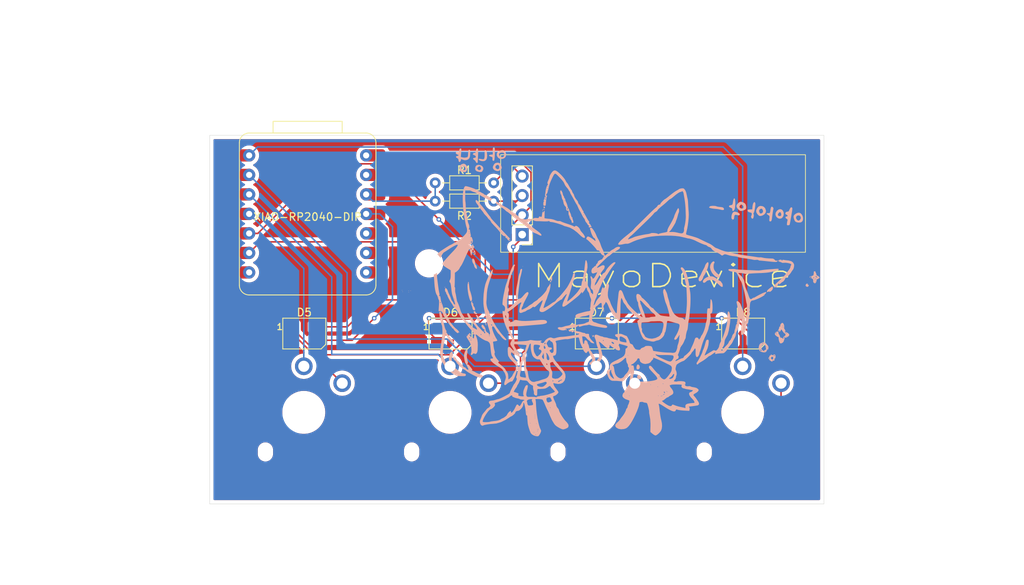
<source format=kicad_pcb>
(kicad_pcb (version 20240108) (generator "pcbnew") (generator_version "8.0")
  (layers (0 "F.Cu" signal) (31 "B.Cu" signal) (34 "B.Paste" user) (35 "F.Paste" user) (36 "B.SilkS" user "B.Silkscreen") (37 "F.SilkS" user "F.Silkscreen") (38 "B.Mask" user) (39 "F.Mask" user) (44 "Edge.Cuts" user))
  (net 0 "")
  (net 1 "Net-(D5-DOUT)")
  (net 2 "LIGHTING")
  (net 3 "GND")
  (net 4 "VCC")
  (net 5 "Net-(D6-DOUT)")
  (net 6 "Net-(D7-DOUT)")
  (net 8 "SCL")
  (net 9 "SDA")
  (net 10 "SW1")
  (net 11 "SW2")
  (net 12 "SW3")
  (net 13 "SW4")
  (net 16 "+3.3V")
  (footprint "LED_SMD:LED_SK6812MINI_PLCC4_3.5x3.5mm_P1.75mm" (layer "F.Cu") (at 172.975 100.5875)
    (property "Reference" "D8" (at 0 -2.75 0) (layer "F.SilkS"))
    (property "Value" "SK6812MINI")
    (fp_text user "1" (at -3.2 -0.875 0) (layer "F.SilkS") (effects (font (size 0.8 0.8))))
    (pad "1" smd rect (at -1.75 -0.875) (size 1.6 0.85) (layers "F.Cu" "F.Paste" "F.Mask"))
    (pad "2" smd rect (at -1.75 0.875) (size 1.6 0.85) (layers "F.Cu" "F.Paste" "F.Mask") (net 3 "GND"))
    (pad "3" smd rect (at 1.75 0.875) (size 1.6 0.85) (layers "F.Cu" "F.Paste" "F.Mask") (net 6 "Net-(D7-DOUT)"))
    (pad "4" smd rect (at 1.75 -0.875) (size 1.6 0.85) (layers "F.Cu" "F.Paste" "F.Mask") (net 4 "VCC"))
  )
  (footprint "Resistor_THT:R_Axial_DIN0204_L3.6mm_D1.6mm_P7.62mm_Horizontal" (layer "F.Cu") (at 140.49375 80.9625 180)
    (property "Reference" "R1" (at 3.81 1.6625 0) (layer "F.SilkS"))
    (property "Value" "R")
    (pad "1" thru_hole circle (at 0 0 180) (size 1.4 1.4) (drill 0.7) (layers "*.Cu" "*.Mask") (net 9 "SDA"))
    (pad "2" thru_hole oval (at 7.62 0 180) (size 1.4 1.4) (drill 0.7) (layers "*.Cu" "*.Mask") (net 16 "+3.3V"))
  )
  (footprint "Resistor_THT:R_Axial_DIN0204_L3.6mm_D1.6mm_P7.62mm_Horizontal" (layer "F.Cu") (at 140.49375 83.34375 180)
    (property "Reference" "R2" (at 3.81 -1.92 0) (layer "F.SilkS"))
    (property "Value" "R" (hide yes))
    (pad "1" thru_hole circle (at 0 0 180) (size 1.4 1.4) (drill 0.7) (layers "*.Cu" "*.Mask") (net 8 "SCL"))
    (pad "2" thru_hole oval (at 7.62 0 180) (size 1.4 1.4) (drill 0.7) (layers "*.Cu" "*.Mask") (net 16 "+3.3V"))
  )
  (footprint "choc switches:Kailh-PG1353-Solderable-1U" (layer "F.Cu") (at 134.8125 110.85)
    (property "Reference" "SW2")
    (property "Value" "SW_Push_45deg" (hide yes))
    (pad "" np_thru_hole oval (at -5 5.15 180) (size 1.5 2) (drill oval 1.5 2) (layers "F&B.Cu" "*.Mask"))
    (pad "" np_thru_hole circle (at 0 0 180) (size 5 5) (drill 5.1) (layers "F&B.Cu" "*.Mask"))
    (pad "1" thru_hole circle (at 5 -3.8 180) (size 2.3 2.3) (drill 1.45) (layers "*.Cu" "B.Mask") (net 3 "GND"))
    (pad "2" thru_hole circle (at 0 -6 180) (size 2.3 2.3) (drill 1.45) (layers "*.Cu" "B.Mask") (net 11 "SW2"))
  )
  (footprint "MountingHole:MountingHole_3.2mm_M3" (layer "F.Cu") (at 132.075 91.44375)
    (property "Reference" "REF**" (hide yes))
    (property "Value" "MountingHole_3.2mm_M3")
    (pad "" np_thru_hole circle (at 0 0) (size 3.2 3.2) (drill 3.2) (layers "*.Cu" "*.Mask"))
  )
  (footprint "OPL:XIAO-RP2040" (layer "F.Cu") (at 107.3725 95.558)
    (property "Reference" "U1" (hide yes))
    (property "Value" "XIAO-RP2040-DIP" (at 8.89 -10.16 0) (layer "F.SilkS"))
    (pad "1" thru_hole circle (at 1.2725 -18.171) (size 1.6 1.6) (drill 0.8) (layers "*.Cu" "*.Mask") (net 13 "SW4"))
    (pad "1" smd roundrect (at 1.2725 -18.171) (size 3 1.6) (drill (offset -1 0)) (layers "F.Cu" "F.Paste" "F.Mask") (net 13 "SW4"))
    (pad "2" thru_hole circle (at 1.2725 -15.631) (size 1.6 1.6) (drill 0.8) (layers "*.Cu" "*.Mask") (net 12 "SW3"))
    (pad "2" smd roundrect (at 1.2725 -15.631) (size 3 1.6) (drill (offset -1 0)) (layers "F.Cu" "F.Paste" "F.Mask") (net 12 "SW3"))
    (pad "3" thru_hole circle (at 1.2725 -13.091) (size 1.6 1.6) (drill 0.8) (layers "*.Cu" "*.Mask") (net 11 "SW2"))
    (pad "3" smd roundrect (at 1.2725 -13.091) (size 3 1.6) (drill (offset -1 0)) (layers "F.Cu" "F.Paste" "F.Mask") (net 11 "SW2"))
    (pad "4" thru_hole circle (at 1.2725 -10.551) (size 1.6 1.6) (drill 0.8) (layers "*.Cu" "*.Mask") (net 10 "SW1"))
    (pad "4" smd roundrect (at 1.2725 -10.551) (size 3 1.6) (drill (offset -1 0)) (layers "F.Cu" "F.Paste" "F.Mask") (net 10 "SW1"))
    (pad "5" thru_hole circle (at 1.2725 -8.011) (size 1.6 1.6) (drill 0.8) (layers "*.Cu" "*.Mask") (net 9 "SDA"))
    (pad "5" smd roundrect (at 1.2725 -8.011) (size 3 1.6) (drill (offset -1 0)) (layers "F.Cu" "F.Paste" "F.Mask") (net 9 "SDA"))
    (pad "6" thru_hole circle (at 1.2725 -5.471) (size 1.6 1.6) (drill 0.8) (layers "*.Cu" "*.Mask") (net 8 "SCL"))
    (pad "6" smd roundrect (at 1.2725 -5.471) (size 3 1.6) (drill (offset -1 0)) (layers "F.Cu" "F.Paste" "F.Mask") (net 8 "SCL"))
    (pad "7" thru_hole circle (at 1.2725 -2.931) (size 1.6 1.6) (drill 0.8) (layers "*.Cu" "*.Mask"))
    (pad "7" smd roundrect (at 1.2725 -2.931) (size 3 1.6) (drill (offset -1 0)) (layers "F.Cu" "F.Paste" "F.Mask"))
    (pad "8" thru_hole circle (at 16.5075 -2.931) (size 1.6 1.6) (drill 0.8) (layers "*.Cu" "*.Mask"))
    (pad "8" smd roundrect (at 16.5075 -2.931) (size 3 1.6) (drill (offset 1 0)) (layers "F.Cu" "F.Paste" "F.Mask"))
    (pad "9" thru_hole circle (at 16.5075 -5.471) (size 1.6 1.6) (drill 0.8) (layers "*.Cu" "*.Mask"))
    (pad "9" smd roundrect (at 16.5075 -5.471) (size 3 1.6) (drill (offset 1 0)) (layers "F.Cu" "F.Paste" "F.Mask"))
    (pad "10" thru_hole circle (at 16.5075 -8.011) (size 1.6 1.6) (drill 0.8) (layers "*.Cu" "*.Mask"))
    (pad "10" smd roundrect (at 16.5075 -8.011) (size 3 1.6) (drill (offset 1 0)) (layers "F.Cu" "F.Paste" "F.Mask"))
    (pad "11" thru_hole circle (at 16.5075 -10.551) (size 1.6 1.6) (drill 0.8) (layers "*.Cu" "*.Mask") (net 2 "LIGHTING"))
    (pad "11" smd roundrect (at 16.5075 -10.551) (size 3 1.6) (drill (offset 1 0)) (layers "F.Cu" "F.Paste" "F.Mask") (net 2 "LIGHTING"))
    (pad "12" thru_hole circle (at 16.5075 -13.091) (size 1.6 1.6) (drill 0.8) (layers "*.Cu" "*.Mask") (net 16 "+3.3V"))
    (pad "12" smd roundrect (at 16.5075 -13.091) (size 3 1.6) (drill (offset 1 0)) (layers "F.Cu" "F.Paste" "F.Mask") (net 16 "+3.3V"))
    (pad "13" thru_hole circle (at 16.5075 -15.631) (size 1.6 1.6) (drill 0.8) (layers "*.Cu" "*.Mask") (net 3 "GND"))
    (pad "13" smd roundrect (at 16.5075 -15.631) (size 3 1.6) (drill (offset 1 0)) (layers "F.Cu" "F.Paste" "F.Mask") (net 3 "GND"))
    (pad "14" thru_hole circle (at 16.5075 -18.171) (size 1.6 1.6) (drill 0.8) (layers "*.Cu" "*.Mask") (net 4 "VCC"))
    (pad "14" smd roundrect (at 16.5075 -18.171) (size 3 1.6) (drill (offset 1 0)) (layers "F.Cu" "F.Paste" "F.Mask") (net 4 "VCC"))
  )
  (footprint "choc switches:Kailh-PG1353-Solderable-1U" (layer "F.Cu") (at 172.9125 110.85)
    (property "Reference" "SW4")
    (property "Value" "SW_Push_45deg" (hide yes))
    (pad "" np_thru_hole oval (at -5 5.15 180) (size 1.5 2) (drill oval 1.5 2) (layers "F&B.Cu" "*.Mask"))
    (pad "" np_thru_hole circle (at 0 0 180) (size 5 5) (drill 5.1) (layers "F&B.Cu" "*.Mask"))
    (pad "1" thru_hole circle (at 5 -3.8 180) (size 2.3 2.3) (drill 1.45) (layers "*.Cu" "B.Mask") (net 3 "GND"))
    (pad "2" thru_hole circle (at 0 -6 180) (size 2.3 2.3) (drill 1.45) (layers "*.Cu" "B.Mask") (net 13 "SW4"))
  )
  (footprint "LED_SMD:LED_SK6812MINI_PLCC4_3.5x3.5mm_P1.75mm" (layer "F.Cu") (at 134.875 100.5875)
    (property "Reference" "D6" (at 0 -2.75 0) (layer "F.SilkS"))
    (property "Value" "SK6812MINI")
    (fp_text user "1" (at -3.2 -0.875 0) (layer "F.SilkS") (effects (font (size 0.8 0.8))))
    (pad "1" smd rect (at -1.75 -0.875) (size 1.6 0.85) (layers "F.Cu" "F.Paste" "F.Mask") (net 5 "Net-(D6-DOUT)"))
    (pad "2" smd rect (at -1.75 0.875) (size 1.6 0.85) (layers "F.Cu" "F.Paste" "F.Mask") (net 3 "GND"))
    (pad "3" smd rect (at 1.75 0.875) (size 1.6 0.85) (layers "F.Cu" "F.Paste" "F.Mask") (net 1 "Net-(D5-DOUT)"))
    (pad "4" smd rect (at 1.75 -0.875) (size 1.6 0.85) (layers "F.Cu" "F.Paste" "F.Mask") (net 4 "VCC"))
  )
  (footprint "LED_SMD:LED_SK6812MINI_PLCC4_3.5x3.5mm_P1.75mm" (layer "F.Cu") (at 115.825 100.5875)
    (property "Reference" "D5" (at 0 -2.75 0) (layer "F.SilkS"))
    (property "Value" "SK6812MINI")
    (fp_text user "1" (at -3.2 -0.875 0) (layer "F.SilkS") (effects (font (size 0.8 0.8))))
    (pad "1" smd rect (at -1.75 -0.875) (size 1.6 0.85) (layers "F.Cu" "F.Paste" "F.Mask") (net 1 "Net-(D5-DOUT)"))
    (pad "2" smd rect (at -1.75 0.875) (size 1.6 0.85) (layers "F.Cu" "F.Paste" "F.Mask") (net 3 "GND"))
    (pad "3" smd rect (at 1.75 0.875) (size 1.6 0.85) (layers "F.Cu" "F.Paste" "F.Mask") (net 2 "LIGHTING"))
    (pad "4" smd rect (at 1.75 -0.875) (size 1.6 0.85) (layers "F.Cu" "F.Paste" "F.Mask") (net 4 "VCC"))
  )
  (footprint "LED_SMD:LED_SK6812MINI_PLCC4_3.5x3.5mm_P1.75mm" (layer "F.Cu") (at 153.925 100.5875)
    (property "Reference" "D7" (at 0 -2.75 0) (layer "F.SilkS"))
    (property "Value" "SK6812MINI")
    (fp_text user "1" (at -3.2 -0.875 0) (layer "F.SilkS") (effects (font (size 0.8 0.8))))
    (pad "1" smd rect (at -1.75 -0.875) (size 1.6 0.85) (layers "F.Cu" "F.Paste" "F.Mask") (net 6 "Net-(D7-DOUT)"))
    (pad "2" smd rect (at -1.75 0.875) (size 1.6 0.85) (layers "F.Cu" "F.Paste" "F.Mask") (net 3 "GND"))
    (pad "3" smd rect (at 1.75 0.875) (size 1.6 0.85) (layers "F.Cu" "F.Paste" "F.Mask") (net 5 "Net-(D6-DOUT)"))
    (pad "4" smd rect (at 1.75 -0.875) (size 1.6 0.85) (layers "F.Cu" "F.Paste" "F.Mask") (net 4 "VCC"))
  )
  (footprint "Connector_PinHeader_2.54mm:PinHeader_1x04_P2.54mm_Vertical" (layer "F.Cu") (at 144.2 87.7 180)
    (property "Reference" "J1" (hide yes))
    (property "Value" "OLED_DISPLAY")
    (pad "1" thru_hole rect (at 0 0 180) (size 1.7 1.7) (drill 1) (layers "*.Cu" "*.Mask") (net 3 "GND"))
    (pad "2" thru_hole oval (at 0 2.54 180) (size 1.7 1.7) (drill 1) (layers "*.Cu" "*.Mask") (net 4 "VCC"))
    (pad "3" thru_hole oval (at 0 5.08 180) (size 1.7 1.7) (drill 1) (layers "*.Cu" "*.Mask") (net 8 "SCL"))
    (pad "4" thru_hole oval (at 0 7.62 180) (size 1.7 1.7) (drill 1) (layers "*.Cu" "*.Mask") (net 9 "SDA"))
  )
  (footprint "choc switches:Kailh-PG1353-Solderable-1U" (layer "F.Cu") (at 153.8625 110.85)
    (property "Reference" "SW3")
    (property "Value" "SW_Push_45deg" (hide yes))
    (pad "" np_thru_hole oval (at -5 5.15 180) (size 1.5 2) (drill oval 1.5 2) (layers "F&B.Cu" "*.Mask"))
    (pad "" np_thru_hole circle (at 0 0 180) (size 5 5) (drill 5.1) (layers "F&B.Cu" "*.Mask"))
    (pad "1" thru_hole circle (at 5 -3.8 180) (size 2.3 2.3) (drill 1.45) (layers "*.Cu" "B.Mask") (net 3 "GND"))
    (pad "2" thru_hole circle (at 0 -6 180) (size 2.3 2.3) (drill 1.45) (layers "*.Cu" "B.Mask") (net 12 "SW3"))
  )
  (footprint "choc switches:Kailh-PG1353-Solderable-1U" (layer "F.Cu") (at 115.7625 110.85)
    (property "Reference" "SW1")
    (property "Value" "SW_Push_45deg" (hide yes))
    (pad "" np_thru_hole oval (at -5 5.15 180) (size 1.5 2) (drill oval 1.5 2) (layers "F&B.Cu" "*.Mask"))
    (pad "" np_thru_hole circle (at 0 0 180) (size 5 5) (drill 5.1) (layers "F&B.Cu" "*.Mask"))
    (pad "1" thru_hole circle (at 5 -3.8 180) (size 2.3 2.3) (drill 1.45) (layers "*.Cu" "B.Mask") (net 3 "GND"))
    (pad "2" thru_hole circle (at 0 -6 180) (size 2.3 2.3) (drill 1.45) (layers "*.Cu" "B.Mask") (net 10 "SW1"))
  )
  (footprint "LOGO" (layer "B.Cu") (at 154.78125 92.86875 180)
    (property "Reference" "G***" (hide yes))
    (property "Value" "LOGO" (hide yes))
  )
  (gr_rect (start 141.4 77.3) (end 181.0875 90) (stroke (width 0.1)) (fill none) (layer "F.SilkS"))
  (gr_rect (start 103.5 74.775) (end 183.5 122.775) (stroke (width 0.05)) (fill none) (layer "Edge.Cuts"))
  (gr_text "MayoDevice" (at 145.2625 94.85 0) (layer "F.SilkS") (effects (font (size 3 4) (thickness 0.2) (bold yes)) (justify left bottom)))
  (segment (start 117.7125 103.35) (end 134.7375 103.35) (width 0.2) (layer "F.Cu") (net 1))
  (segment (start 134.7375 103.35) (end 136.625 101.4625) (width 0.2) (layer "F.Cu") (net 1))
  (segment (start 114.075 99.7125) (end 117.7125 103.35) (width 0.2) (layer "F.Cu") (net 1))
  (segment (start 124.93125 98.5875) (end 122.05625 101.4625) (width 0.2) (layer "F.Cu") (net 2))
  (segment (start 122.05625 101.4625) (end 117.575 101.4625) (width 0.2) (layer "F.Cu") (net 2))
  (via (at 124.93125 98.5875) (size 0.6) (drill 0.3) (layers "F.Cu" "B.Cu") (net 2))
  (segment (start 127.3125 86.68125) (end 127.3125 96.20625) (width 0.2) (layer "B.Cu") (net 2))
  (segment (start 125.63825 85.007) (end 127.3125 86.68125) (width 0.2) (layer "B.Cu") (net 2))
  (segment (start 127.3125 96.20625) (end 124.93125 98.5875) (width 0.2) (layer "B.Cu") (net 2))
  (segment (start 123.88 85.007) (end 125.63825 85.007) (width 0.2) (layer "B.Cu") (net 2))
  (segment (start 132.025 98.6375) (end 132.075 98.5875) (width 0.2) (layer "F.Cu") (net 3))
  (segment (start 143.98125 118.6) (end 145.4 120.01875) (width 0.2) (layer "F.Cu") (net 3))
  (segment (start 132.025 100.3625) (end 132.025 98.6375) (width 0.2) (layer "F.Cu") (net 3))
  (segment (start 143.73125 107.05) (end 143.98125 107.3) (width 0.2) (layer "F.Cu") (net 3))
  (segment (start 114.075 101.4625) (end 112.8625 102.675) (width 0.2) (layer "F.Cu") (net 3))
  (segment (start 144.2 87.7) (end 144.2 88.135) (width 0.2) (layer "F.Cu") (net 3))
  (segment (start 158.8625 107.05) (end 162.78125 107.05) (width 0.2) (layer "F.Cu") (net 3))
  (segment (start 162.78125 107.05) (end 163.03125 107.3) (width 0.2) (layer "F.Cu") (net 3))
  (segment (start 145.4 120.01875) (end 163.03125 120.01875) (width 0.2) (layer "F.Cu") (net 3))
  (segment (start 145.86875 101.4625) (end 143.98125 103.35) (width 0.2) (layer "F.Cu") (net 3))
  (segment (start 164.91875 101.4625) (end 163.03125 103.35) (width 0.2) (layer "F.Cu") (net 3))
  (segment (start 168.68125 120.01875) (end 163.03125 120.01875) (width 0.2) (layer "F.Cu") (net 3))
  (segment (start 177.9125 107.05) (end 177.9125 110.7875) (width 0.2) (layer "F.Cu") (net 3))
  (segment (start 152.175 101.4625) (end 145.86875 101.4625) (width 0.2) (layer "F.Cu") (net 3))
  (segment (start 115.175 101.4625) (end 114.075 101.4625) (width 0.2) (layer "F.Cu") (net 3))
  (segment (start 120.4 120.01875) (end 145.4 120.01875) (width 0.2) (layer "F.Cu") (net 3))
  (segment (start 143.98125 107.3) (end 143.98125 118.6) (width 0.2) (layer "F.Cu") (net 3))
  (segment (start 163.03125 103.35) (end 163.03125 107.3) (width 0.2) (layer "F.Cu") (net 3))
  (segment (start 171.225 101.4625) (end 164.91875 101.4625) (width 0.2) (layer "F.Cu") (net 3))
  (segment (start 143.98125 103.35) (end 143.98125 107.3) (width 0.2) (layer "F.Cu") (net 3))
  (segment (start 112.8625 112.48125) (end 120.4 120.01875) (width 0.2) (layer "F.Cu") (net 3))
  (segment (start 163.03125 120.01875) (end 163.03125 107.3) (width 0.2) (layer "F.Cu") (net 3))
  (segment (start 120.7625 107.05) (end 115.175 101.4625) (width 0.2) (layer "F.Cu") (net 3))
  (segment (start 123.88 79.927) (end 127.552 79.927) (width 0.2) (layer "F.Cu") (net 3))
  (segment (start 133.125 101.4625) (end 132.025 100.3625) (width 0.2) (layer "F.Cu") (net 3))
  (segment (start 139.8125 107.05) (end 143.73125 107.05) (width 0.2) (layer "F.Cu") (net 3))
  (segment (start 177.9125 110.7875) (end 168.68125 120.01875) (width 0.2) (layer "F.Cu") (net 3))
  (segment (start 144.2 88.135) (end 143.035 89.3) (width 0.2) (layer "F.Cu") (net 3))
  (segment (start 127.552 79.927) (end 133.35 85.725) (width 0.2) (layer "F.Cu") (net 3))
  (segment (start 112.8625 102.675) (end 112.8625 112.48125) (width 0.2) (layer "F.Cu") (net 3))
  (via (at 143.035 89.3) (size 0.6) (drill 0.3) (layers "F.Cu" "B.Cu") (net 3))
  (via (at 133.35 85.725) (size 0.6) (drill 0.3) (layers "F.Cu" "B.Cu") (net 3))
  (via (at 143.98125 103.35) (size 0.6) (drill 0.3) (layers "F.Cu" "B.Cu") (net 3))
  (via (at 132.075 98.5875) (size 0.6) (drill 0.3) (layers "F.Cu" "B.Cu") (net 3))
  (segment (start 143.035 98.5875) (end 143.035 102.40375) (width 0.2) (layer "B.Cu") (net 3))
  (segment (start 132.075 98.5875) (end 143.035 98.5875) (width 0.2) (layer "B.Cu") (net 3))
  (segment (start 143.035 102.40375) (end 143.98125 103.35) (width 0.2) (layer "B.Cu") (net 3))
  (segment (start 133.35 85.725) (end 140.49375 92.86875) (width 0.2) (layer "B.Cu") (net 3))
  (segment (start 143.035 92.86875) (end 143.035 98.5875) (width 0.2) (layer "B.Cu") (net 3))
  (segment (start 143.035 89.3) (end 143.035 92.86875) (width 0.2) (layer "B.Cu") (net 3))
  (segment (start 140.49375 92.86875) (end 143.035 92.86875) (width 0.2) (layer "B.Cu") (net 3))
  (segment (start 145.35 79.603654) (end 145.35 84.01) (width 0.2) (layer "F.Cu") (net 4))
  (segment (start 144.2 85.16) (end 139.4 89.96) (width 0.2) (layer "F.Cu") (net 4))
  (segment (start 143.133346 77.387) (end 145.35 79.603654) (width 0.2) (layer "F.Cu") (net 4))
  (segment (start 145.35 84.01) (end 144.2 85.16) (width 0.2) (layer "F.Cu") (net 4))
  (segment (start 124.93125 96.20625) (end 139.4 96.20625) (width 0.2) (layer "F.Cu") (net 4))
  (segment (start 173.68125 99.7125) (end 174.725 99.7125) (width 0.2) (layer "F.Cu") (net 4))
  (segment (start 139.4 89.96) (end 139.4 96.20625) (width 0.2) (layer "F.Cu") (net 4))
  (segment (start 155.675 99.7125) (end 157.14375 99.7125) (width 0.2) (layer "F.Cu") (net 4))
  (segment (start 160.65 96.20625) (end 170.175 96.20625) (width 0.2) (layer "F.Cu") (net 4))
  (segment (start 138.09375 99.7125) (end 141.6 96.20625) (width 0.2) (layer "F.Cu") (net 4))
  (segment (start 136.625 99.7125) (end 138.09375 99.7125) (width 0.2) (layer "F.Cu") (net 4))
  (segment (start 123.88 77.387) (end 143.133346 77.387) (width 0.2) (layer "F.Cu") (net 4))
  (segment (start 170.175 96.20625) (end 173.68125 99.7125) (width 0.2) (layer "F.Cu") (net 4))
  (segment (start 141.6 96.20625) (end 160.65 96.20625) (width 0.2) (layer "F.Cu") (net 4))
  (segment (start 157.14375 99.7125) (end 160.65 96.20625) (width 0.2) (layer "F.Cu") (net 4))
  (segment (start 117.575 99.7125) (end 121.425 99.7125) (width 0.2) (layer "F.Cu") (net 4))
  (segment (start 139.4 96.20625) (end 141.6 96.20625) (width 0.2) (layer "F.Cu") (net 4))
  (segment (start 121.425 99.7125) (end 124.93125 96.20625) (width 0.2) (layer "F.Cu") (net 4))
  (segment (start 134.15 100.7375) (end 154.95 100.7375) (width 0.2) (layer "F.Cu") (net 5))
  (segment (start 133.125 99.7125) (end 134.15 100.7375) (width 0.2) (layer "F.Cu") (net 5))
  (segment (start 154.95 100.7375) (end 155.675 101.4625) (width 0.2) (layer "F.Cu") (net 5))
  (segment (start 152.175 99.7125) (end 153.3 98.5875) (width 0.2) (layer "F.Cu") (net 6))
  (segment (start 153.3 98.5875) (end 155.8875 98.5875) (width 0.2) (layer "F.Cu") (net 6))
  (segment (start 171.925 98.5875) (end 174.725 101.3875) (width 0.2) (layer "F.Cu") (net 6))
  (segment (start 174.725 101.3875) (end 174.725 101.4625) (width 0.2) (layer "F.Cu") (net 6))
  (segment (start 170.175 98.5875) (end 171.925 98.5875) (width 0.2) (layer "F.Cu") (net 6))
  (via (at 170.175 98.5875) (size 0.6) (drill 0.3) (layers "F.Cu" "B.Cu") (net 6))
  (via (at 155.8875 98.5875) (size 0.6) (drill 0.3) (layers "F.Cu" "B.Cu") (net 6))
  (segment (start 155.8875 98.5875) (end 170.175 98.5875) (width 0.2) (layer "B.Cu") (net 6))
  (segment (start 143.47625 83.34375) (end 144.2 82.62) (width 0.2) (layer "F.Cu") (net 8))
  (segment (start 110.085 88.647) (end 138.173 88.647) (width 0.2) (layer "F.Cu") (net 8))
  (segment (start 140.49375 83.34375) (end 143.47625 83.34375) (width 0.2) (layer "F.Cu") (net 8))
  (segment (start 138.173 88.647) (end 144.2 82.62) (width 0.2) (layer "F.Cu") (net 8))
  (segment (start 108.645 90.087) (end 110.085 88.647) (width 0.2) (layer "F.Cu") (net 8))
  (segment (start 118.838 78.487) (end 142.607 78.487) (width 0.2) (layer "F.Cu") (net 9))
  (segment (start 142.788125 78.668125) (end 144.2 80.08) (width 0.2) (layer "F.Cu") (net 9))
  (segment (start 109.778 87.547) (end 118.838 78.487) (width 0.2) (layer "F.Cu") (net 9))
  (segment (start 108.645 87.547) (end 109.778 87.547) (width 0.2) (layer "F.Cu") (net 9))
  (segment (start 140.49375 80.9625) (end 142.788125 78.668125) (width 0.2) (layer "F.Cu") (net 9))
  (segment (start 142.607 78.487) (end 142.788125 78.668125) (width 0.2) (layer "F.Cu") (net 9))
  (segment (start 115.7625 92.1245) (end 108.645 85.007) (width 0.2) (layer "B.Cu") (net 10))
  (segment (start 115.7625 104.85) (end 115.7625 92.1245) (width 0.2) (layer "B.Cu") (net 10))
  (segment (start 119.4 103.3) (end 119.4 93.222) (width 0.2) (layer "B.Cu") (net 11))
  (segment (start 133.2625 103.3) (end 119.4 103.3) (width 0.2) (layer "B.Cu") (net 11))
  (segment (start 134.8125 104.85) (end 133.2625 103.3) (width 0.2) (layer "B.Cu") (net 11))
  (segment (start 119.4 93.222) (end 108.645 82.467) (width 0.2) (layer "B.Cu") (net 11))
  (segment (start 153.8625 104.85) (end 137.95 104.85) (width 0.2) (layer "B.Cu") (net 12))
  (segment (start 121.4 92.682) (end 108.645 79.927) (width 0.2) (layer "B.Cu") (net 12))
  (segment (start 134.4 101.3) (end 121.4 101.3) (width 0.2) (layer "B.Cu") (net 12))
  (segment (start 137.95 104.85) (end 134.4 101.3) (width 0.2) (layer "B.Cu") (net 12))
  (segment (start 121.4 101.3) (end 121.4 92.682) (width 0.2) (layer "B.Cu") (net 12))
  (segment (start 172.9125 104.85) (end 172.9125 78.8125) (width 0.2) (layer "B.Cu") (net 13))
  (segment (start 109.745 76.287) (end 108.645 77.387) (width 0.2) (layer "B.Cu") (net 13))
  (segment (start 172.9125 78.8125) (end 170.387 76.287) (width 0.2) (layer "B.Cu") (net 13))
  (segment (start 170.387 76.287) (end 109.745 76.287) (width 0.2) (layer "B.Cu") (net 13))
  (segment (start 124.75675 83.34375) (end 123.88 82.467) (width 0.2) (layer "B.Cu") (net 16))
  (segment (start 132.87375 83.34375) (end 124.75675 83.34375) (width 0.2) (layer "B.Cu") (net 16))
  (segment (start 132.87375 80.9625) (end 132.87375 83.34375) (width 0.2) (layer "B.Cu") (net 16))
  (zone (net 0) (net_name "") (layers "F&B.Cu") (connect_pads (clearance 0.5)) (min_thickness 0.25) (fill yes (thermal_gap 0.5) (thermal_bridge_width 0.5) (island_removal_mode 1) (island_area_min 10))
    (polygon (pts (xy 76.2 133.35) (xy 76.2 57.15) (xy 209.55 57.15) (xy 209.55 133.35)))
  )
)
</source>
